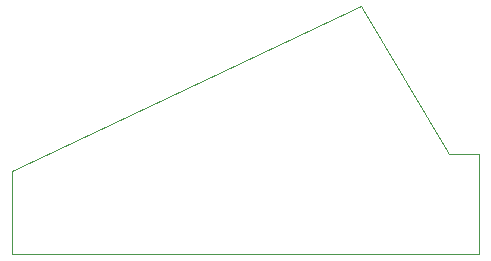
<source format=gbr>
%TF.GenerationSoftware,KiCad,Pcbnew,7.0.10*%
%TF.CreationDate,2024-03-09T11:41:47+01:00*%
%TF.ProjectId,ScartPCB,53636172-7450-4434-922e-6b696361645f,0*%
%TF.SameCoordinates,PX76bb820PY7641700*%
%TF.FileFunction,Profile,NP*%
%FSLAX46Y46*%
G04 Gerber Fmt 4.6, Leading zero omitted, Abs format (unit mm)*
G04 Created by KiCad (PCBNEW 7.0.10) date 2024-03-09 11:41:47*
%MOMM*%
%LPD*%
G01*
G04 APERTURE LIST*
%TA.AperFunction,Profile*%
%ADD10C,0.100000*%
%TD*%
G04 APERTURE END LIST*
D10*
X0Y0D02*
X39500000Y0D01*
X29500000Y21000000D02*
X0Y7000000D01*
X39500000Y8500000D02*
X37000000Y8500000D01*
X29500000Y21000000D02*
X37000000Y8500000D01*
X0Y0D02*
X0Y7000000D01*
X39500000Y8500000D02*
X39500000Y0D01*
M02*

</source>
